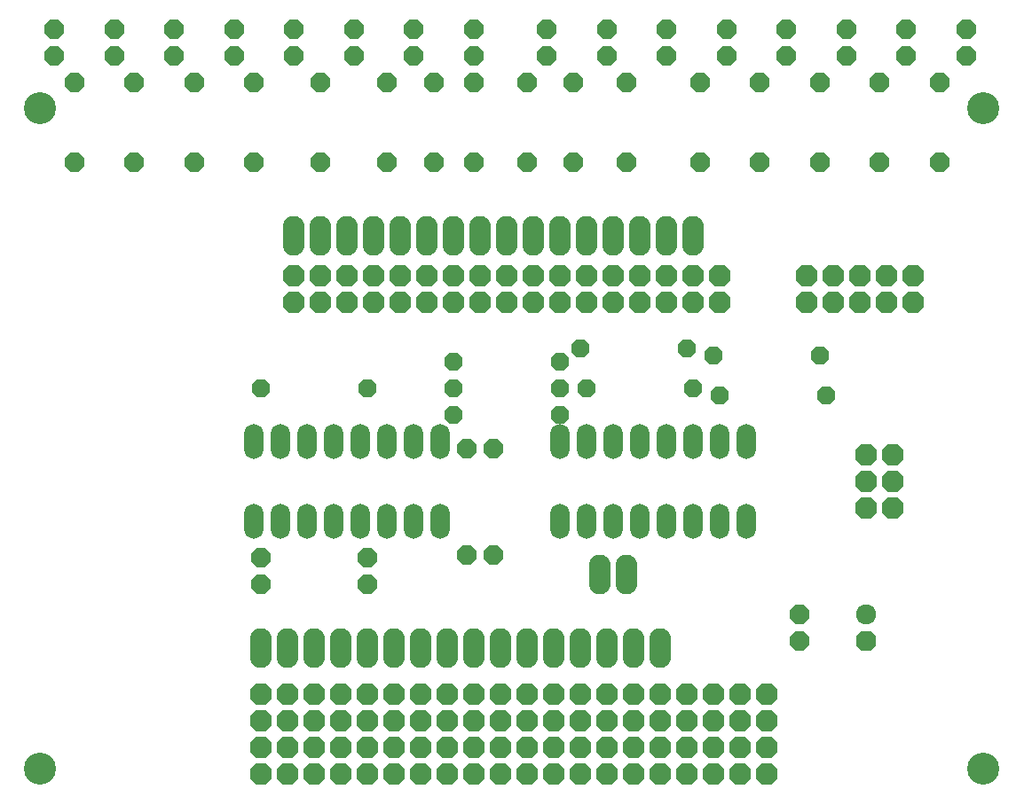
<source format=gbr>
G75*
G70*
%OFA0B0*%
%FSLAX24Y24*%
%IPPOS*%
%LPD*%
%AMOC8*
5,1,8,0,0,1.08239X$1,22.5*
%
%ADD10C,0.1200*%
%ADD11O,0.0720X0.1320*%
%ADD12OC8,0.0816*%
%ADD13O,0.0816X0.1496*%
%ADD14OC8,0.0720*%
%ADD15OC8,0.0756*%
%ADD16C,0.0756*%
%ADD17OC8,0.0672*%
D10*
X002120Y004307D03*
X002120Y029110D03*
X037553Y029110D03*
X037553Y004307D03*
D11*
X028651Y013588D03*
X027651Y013588D03*
X026651Y013588D03*
X025651Y013588D03*
X024651Y013588D03*
X023651Y013588D03*
X022651Y013588D03*
X021651Y013588D03*
X021651Y016588D03*
X022651Y016588D03*
X023651Y016588D03*
X024651Y016588D03*
X025651Y016588D03*
X026651Y016588D03*
X027651Y016588D03*
X028651Y016588D03*
X017151Y016588D03*
X016151Y016588D03*
X015151Y016588D03*
X014151Y016588D03*
X013151Y016588D03*
X012151Y016588D03*
X011151Y016588D03*
X010151Y016588D03*
X010151Y013588D03*
X011151Y013588D03*
X012151Y013588D03*
X013151Y013588D03*
X014151Y013588D03*
X015151Y013588D03*
X016151Y013588D03*
X017151Y013588D03*
D12*
X017401Y007088D03*
X016401Y007088D03*
X016401Y006088D03*
X017401Y006088D03*
X017401Y005088D03*
X016401Y005088D03*
X016401Y004088D03*
X017401Y004088D03*
X018401Y004088D03*
X019401Y004088D03*
X020401Y004088D03*
X021401Y004088D03*
X022401Y004088D03*
X023401Y004088D03*
X024401Y004088D03*
X025401Y004088D03*
X026401Y004088D03*
X027401Y004088D03*
X028401Y004088D03*
X029401Y004088D03*
X029401Y005088D03*
X028401Y005088D03*
X027401Y005088D03*
X026401Y005088D03*
X025401Y005088D03*
X024401Y005088D03*
X023401Y005088D03*
X022401Y005088D03*
X021401Y005088D03*
X020401Y005088D03*
X019401Y005088D03*
X018401Y005088D03*
X018401Y006088D03*
X019401Y006088D03*
X020401Y006088D03*
X021401Y006088D03*
X022401Y006088D03*
X023401Y006088D03*
X024401Y006088D03*
X025401Y006088D03*
X026401Y006088D03*
X027401Y006088D03*
X028401Y006088D03*
X029401Y006088D03*
X029401Y007088D03*
X028401Y007088D03*
X027401Y007088D03*
X026401Y007088D03*
X025401Y007088D03*
X024401Y007088D03*
X023401Y007088D03*
X022401Y007088D03*
X021401Y007088D03*
X020401Y007088D03*
X019401Y007088D03*
X018401Y007088D03*
X015401Y007088D03*
X014401Y007088D03*
X014401Y006088D03*
X015401Y006088D03*
X015401Y005088D03*
X014401Y005088D03*
X014401Y004088D03*
X015401Y004088D03*
X013401Y004088D03*
X012401Y004088D03*
X011401Y004088D03*
X010401Y004088D03*
X010401Y005088D03*
X011401Y005088D03*
X012401Y005088D03*
X013401Y005088D03*
X013401Y006088D03*
X012401Y006088D03*
X011401Y006088D03*
X010401Y006088D03*
X010401Y007088D03*
X011401Y007088D03*
X012401Y007088D03*
X013401Y007088D03*
X013651Y021838D03*
X014651Y021838D03*
X015651Y021838D03*
X016651Y021838D03*
X017651Y021838D03*
X018651Y021838D03*
X019651Y021838D03*
X020651Y021838D03*
X021651Y021838D03*
X022651Y021838D03*
X023651Y021838D03*
X024651Y021838D03*
X025651Y021838D03*
X026651Y021838D03*
X027651Y021838D03*
X027651Y022838D03*
X026651Y022838D03*
X025651Y022838D03*
X024651Y022838D03*
X023651Y022838D03*
X022651Y022838D03*
X021651Y022838D03*
X020651Y022838D03*
X019651Y022838D03*
X018651Y022838D03*
X017651Y022838D03*
X016651Y022838D03*
X015651Y022838D03*
X014651Y022838D03*
X013651Y022838D03*
X012651Y022838D03*
X011651Y022838D03*
X011651Y021838D03*
X012651Y021838D03*
X030901Y021838D03*
X031901Y021838D03*
X032901Y021838D03*
X033901Y021838D03*
X034901Y021838D03*
X034901Y022838D03*
X033901Y022838D03*
X032901Y022838D03*
X031901Y022838D03*
X030901Y022838D03*
X033151Y016088D03*
X033151Y015088D03*
X033151Y014088D03*
X034151Y014088D03*
X034151Y015088D03*
X034151Y016088D03*
D13*
X025401Y008838D03*
X024401Y008838D03*
X023401Y008838D03*
X022401Y008838D03*
X021401Y008838D03*
X020401Y008838D03*
X019401Y008838D03*
X018401Y008838D03*
X017401Y008838D03*
X016401Y008838D03*
X015401Y008838D03*
X014401Y008838D03*
X013401Y008838D03*
X012401Y008838D03*
X011401Y008838D03*
X010401Y008838D03*
X023151Y011588D03*
X024151Y011588D03*
X023651Y024338D03*
X022651Y024338D03*
X021651Y024338D03*
X020651Y024338D03*
X019651Y024338D03*
X018651Y024338D03*
X017651Y024338D03*
X016651Y024338D03*
X015651Y024338D03*
X014651Y024338D03*
X013651Y024338D03*
X012651Y024338D03*
X011651Y024338D03*
X024651Y024338D03*
X025651Y024338D03*
X026651Y024338D03*
D14*
X026901Y027088D03*
X029151Y027088D03*
X031401Y027088D03*
X033651Y027088D03*
X035901Y027088D03*
X035901Y030088D03*
X036901Y031088D03*
X036901Y032088D03*
X034651Y032088D03*
X034651Y031088D03*
X033651Y030088D03*
X032401Y031088D03*
X032401Y032088D03*
X031401Y030088D03*
X030151Y031088D03*
X030151Y032088D03*
X029151Y030088D03*
X027901Y031088D03*
X027901Y032088D03*
X026901Y030088D03*
X025651Y031088D03*
X025651Y032088D03*
X024151Y030088D03*
X023401Y031088D03*
X023401Y032088D03*
X021151Y032088D03*
X021151Y031088D03*
X020401Y030088D03*
X022151Y030088D03*
X022151Y027088D03*
X020401Y027088D03*
X018401Y027088D03*
X016901Y027088D03*
X015151Y027088D03*
X012651Y027088D03*
X010151Y027088D03*
X007901Y027088D03*
X005651Y027088D03*
X003401Y027088D03*
X003401Y030088D03*
X002651Y031088D03*
X002651Y032088D03*
X004901Y032088D03*
X004901Y031088D03*
X005651Y030088D03*
X007151Y031088D03*
X007151Y032088D03*
X007901Y030088D03*
X009401Y031088D03*
X009401Y032088D03*
X010151Y030088D03*
X011651Y031088D03*
X011651Y032088D03*
X012651Y030088D03*
X013901Y031088D03*
X013901Y032088D03*
X016151Y032088D03*
X016151Y031088D03*
X016901Y030088D03*
X018401Y030088D03*
X018401Y031088D03*
X018401Y032088D03*
X015151Y030088D03*
X024151Y027088D03*
X019151Y016338D03*
X018151Y016338D03*
X018151Y012338D03*
X019151Y012338D03*
X014401Y012213D03*
X014401Y011213D03*
X010401Y011213D03*
X010401Y012213D03*
X030651Y010088D03*
X030651Y009088D03*
D15*
X033151Y009088D03*
D16*
X033151Y010088D03*
D17*
X031651Y018338D03*
X031401Y019838D03*
X027401Y019838D03*
X026401Y020088D03*
X026651Y018588D03*
X027651Y018338D03*
X022651Y018588D03*
X021651Y018588D03*
X021651Y017588D03*
X021651Y019588D03*
X022401Y020088D03*
X017651Y019588D03*
X017651Y018588D03*
X017651Y017588D03*
X014401Y018588D03*
X010401Y018588D03*
M02*

</source>
